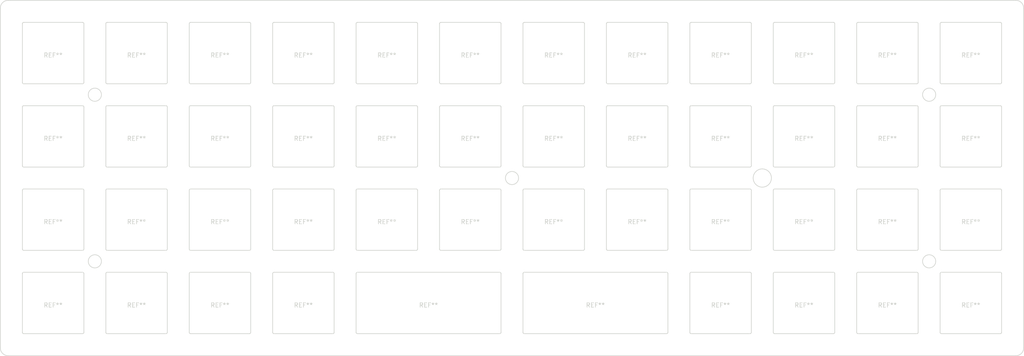
<source format=kicad_pcb>
(kicad_pcb (version 20171130) (host pcbnew 5.0.1)

  (general
    (thickness 1.6)
    (drawings 14)
    (tracks 0)
    (zones 0)
    (modules 46)
    (nets 1)
  )

  (page A4)
  (title_block
    (title SharkPCB)
    (date 2019-02-10)
    (rev V3.0.7)
    (company "Gondolin Electronics")
  )

  (layers
    (0 F.Cu signal)
    (31 B.Cu signal)
    (32 B.Adhes user hide)
    (33 F.Adhes user)
    (34 B.Paste user hide)
    (35 F.Paste user hide)
    (36 B.SilkS user)
    (37 F.SilkS user)
    (38 B.Mask user hide)
    (39 F.Mask user hide)
    (40 Dwgs.User user)
    (41 Cmts.User user)
    (42 Eco1.User user)
    (43 Eco2.User user)
    (44 Edge.Cuts user)
    (45 Margin user hide)
    (46 B.CrtYd user hide)
    (47 F.CrtYd user hide)
    (48 B.Fab user hide)
    (49 F.Fab user hide)
  )

  (setup
    (last_trace_width 0.254)
    (trace_clearance 0.13)
    (zone_clearance 0.127)
    (zone_45_only no)
    (trace_min 0.1)
    (segment_width 0.15)
    (edge_width 0.15)
    (via_size 0.45)
    (via_drill 0.2)
    (via_min_size 0.45)
    (via_min_drill 0.2)
    (uvia_size 0.45)
    (uvia_drill 0.2)
    (uvias_allowed no)
    (uvia_min_size 0.2)
    (uvia_min_drill 0.1)
    (pcb_text_width 0.3)
    (pcb_text_size 1.5 1.5)
    (mod_edge_width 0.15)
    (mod_text_size 1 1)
    (mod_text_width 0.15)
    (pad_size 1 2.2)
    (pad_drill 0.6)
    (pad_to_mask_clearance 0.051)
    (solder_mask_min_width 0.25)
    (aux_axis_origin 0 0)
    (grid_origin 148.463 102.743)
    (visible_elements FFFFFF7F)
    (pcbplotparams
      (layerselection 0x018f0_ffffffff)
      (usegerberextensions true)
      (usegerberattributes false)
      (usegerberadvancedattributes false)
      (creategerberjobfile false)
      (excludeedgelayer true)
      (linewidth 0.100000)
      (plotframeref false)
      (viasonmask false)
      (mode 1)
      (useauxorigin false)
      (hpglpennumber 1)
      (hpglpenspeed 20)
      (hpglpendiameter 15.000000)
      (psnegative false)
      (psa4output false)
      (plotreference true)
      (plotvalue true)
      (plotinvisibletext false)
      (padsonsilk false)
      (subtractmaskfromsilk false)
      (outputformat 1)
      (mirror false)
      (drillshape 0)
      (scaleselection 1)
      (outputdirectory "gerbers/"))
  )

  (net 0 "")

  (net_class Default "This is the default net class."
    (clearance 0.13)
    (trace_width 0.254)
    (via_dia 0.45)
    (via_drill 0.2)
    (uvia_dia 0.45)
    (uvia_drill 0.2)
  )

  (net_class Fine ""
    (clearance 0.13)
    (trace_width 0.13)
    (via_dia 0.508)
    (via_drill 0.2032)
    (uvia_dia 0.45)
    (uvia_drill 0.2)
  )

  (module switchSlots:slot200 (layer F.Cu) (tedit 5C64B6A3) (tstamp 5C71277A)
    (at 167.463 131.243)
    (fp_text reference REF** (at 0 0.5) (layer Edge.Cuts)
      (effects (font (size 1 1) (thickness 0.15)))
    )
    (fp_text value slot200 (at 0 -0.5) (layer F.Fab)
      (effects (font (size 1 1) (thickness 0.15)))
    )
    (fp_line (start 16.2 -7) (end -16.2 -7) (layer Edge.Cuts) (width 0.15))
    (fp_line (start -16.2 7) (end 16.2 7) (layer Edge.Cuts) (width 0.15))
    (fp_line (start 16.5 6.7) (end 16.5 -6.7) (layer Edge.Cuts) (width 0.15))
    (fp_arc (start 16.2 -6.7) (end 16.5 -6.7) (angle -90) (layer Edge.Cuts) (width 0.15))
    (fp_arc (start 16.2 6.7) (end 16.2 7) (angle -90) (layer Edge.Cuts) (width 0.15))
    (fp_arc (start -16.2 -6.7) (end -16.2 -7) (angle -90) (layer Edge.Cuts) (width 0.15))
    (fp_line (start -16.5 -6.7) (end -16.5 6.7) (layer Edge.Cuts) (width 0.15))
    (fp_arc (start -16.2 6.7) (end -16.5 6.7) (angle -90) (layer Edge.Cuts) (width 0.15))
  )

  (module switchSlots:slot100 (layer F.Cu) (tedit 5C648BB5) (tstamp 5C70FF96)
    (at 233.963 131.243)
    (fp_text reference REF** (at 0 0.5) (layer Edge.Cuts)
      (effects (font (size 1 1) (thickness 0.15)))
    )
    (fp_text value slot100 (at 0 -0.5) (layer F.Fab)
      (effects (font (size 1 1) (thickness 0.15)))
    )
    (fp_line (start 6.7 -7) (end -6.7 -7) (layer Edge.Cuts) (width 0.15))
    (fp_line (start -7 -6.7) (end -7 6.7) (layer Edge.Cuts) (width 0.15))
    (fp_line (start -6.7 7) (end 6.7 7) (layer Edge.Cuts) (width 0.15))
    (fp_line (start 7 6.7) (end 7 -6.7) (layer Edge.Cuts) (width 0.15))
    (fp_arc (start -6.7 -6.7) (end -6.7 -7) (angle -90) (layer Edge.Cuts) (width 0.15))
    (fp_arc (start 6.7 -6.7) (end 7 -6.7) (angle -90) (layer Edge.Cuts) (width 0.15))
    (fp_arc (start 6.7 6.7) (end 6.7 7) (angle -90) (layer Edge.Cuts) (width 0.15))
    (fp_arc (start -6.7 6.7) (end -7 6.7) (angle -90) (layer Edge.Cuts) (width 0.15))
  )

  (module switchSlots:slot100 (layer F.Cu) (tedit 5C648BB5) (tstamp 5C70FF8B)
    (at 233.963 112.243)
    (fp_text reference REF** (at 0 0.5) (layer Edge.Cuts)
      (effects (font (size 1 1) (thickness 0.15)))
    )
    (fp_text value slot100 (at 0 -0.5) (layer F.Fab)
      (effects (font (size 1 1) (thickness 0.15)))
    )
    (fp_arc (start -6.7 6.7) (end -7 6.7) (angle -90) (layer Edge.Cuts) (width 0.15))
    (fp_arc (start 6.7 6.7) (end 6.7 7) (angle -90) (layer Edge.Cuts) (width 0.15))
    (fp_arc (start 6.7 -6.7) (end 7 -6.7) (angle -90) (layer Edge.Cuts) (width 0.15))
    (fp_arc (start -6.7 -6.7) (end -6.7 -7) (angle -90) (layer Edge.Cuts) (width 0.15))
    (fp_line (start 7 6.7) (end 7 -6.7) (layer Edge.Cuts) (width 0.15))
    (fp_line (start -6.7 7) (end 6.7 7) (layer Edge.Cuts) (width 0.15))
    (fp_line (start -7 -6.7) (end -7 6.7) (layer Edge.Cuts) (width 0.15))
    (fp_line (start 6.7 -7) (end -6.7 -7) (layer Edge.Cuts) (width 0.15))
  )

  (module switchSlots:slot100 (layer F.Cu) (tedit 5C648BB5) (tstamp 5C70FF80)
    (at 233.963 74.243)
    (fp_text reference REF** (at 0 0.5) (layer Edge.Cuts)
      (effects (font (size 1 1) (thickness 0.15)))
    )
    (fp_text value slot100 (at 0 -0.5) (layer F.Fab)
      (effects (font (size 1 1) (thickness 0.15)))
    )
    (fp_line (start 6.7 -7) (end -6.7 -7) (layer Edge.Cuts) (width 0.15))
    (fp_line (start -7 -6.7) (end -7 6.7) (layer Edge.Cuts) (width 0.15))
    (fp_line (start -6.7 7) (end 6.7 7) (layer Edge.Cuts) (width 0.15))
    (fp_line (start 7 6.7) (end 7 -6.7) (layer Edge.Cuts) (width 0.15))
    (fp_arc (start -6.7 -6.7) (end -6.7 -7) (angle -90) (layer Edge.Cuts) (width 0.15))
    (fp_arc (start 6.7 -6.7) (end 7 -6.7) (angle -90) (layer Edge.Cuts) (width 0.15))
    (fp_arc (start 6.7 6.7) (end 6.7 7) (angle -90) (layer Edge.Cuts) (width 0.15))
    (fp_arc (start -6.7 6.7) (end -7 6.7) (angle -90) (layer Edge.Cuts) (width 0.15))
  )

  (module switchSlots:slot100 (layer F.Cu) (tedit 5C648BB5) (tstamp 5C70FDE6)
    (at 81.963 131.243)
    (fp_text reference REF** (at 0 0.5) (layer Edge.Cuts)
      (effects (font (size 1 1) (thickness 0.15)))
    )
    (fp_text value slot100 (at 0 -0.5) (layer F.Fab)
      (effects (font (size 1 1) (thickness 0.15)))
    )
    (fp_line (start 6.7 -7) (end -6.7 -7) (layer Edge.Cuts) (width 0.15))
    (fp_line (start -7 -6.7) (end -7 6.7) (layer Edge.Cuts) (width 0.15))
    (fp_line (start -6.7 7) (end 6.7 7) (layer Edge.Cuts) (width 0.15))
    (fp_line (start 7 6.7) (end 7 -6.7) (layer Edge.Cuts) (width 0.15))
    (fp_arc (start -6.7 -6.7) (end -6.7 -7) (angle -90) (layer Edge.Cuts) (width 0.15))
    (fp_arc (start 6.7 -6.7) (end 7 -6.7) (angle -90) (layer Edge.Cuts) (width 0.15))
    (fp_arc (start 6.7 6.7) (end 6.7 7) (angle -90) (layer Edge.Cuts) (width 0.15))
    (fp_arc (start -6.7 6.7) (end -7 6.7) (angle -90) (layer Edge.Cuts) (width 0.15))
  )

  (module switchSlots:slot100 (layer F.Cu) (tedit 5C648BB5) (tstamp 5C70FDDB)
    (at 252.963 131.243)
    (fp_text reference REF** (at 0 0.5) (layer Edge.Cuts)
      (effects (font (size 1 1) (thickness 0.15)))
    )
    (fp_text value slot100 (at 0 -0.5) (layer F.Fab)
      (effects (font (size 1 1) (thickness 0.15)))
    )
    (fp_arc (start -6.7 6.7) (end -7 6.7) (angle -90) (layer Edge.Cuts) (width 0.15))
    (fp_arc (start 6.7 6.7) (end 6.7 7) (angle -90) (layer Edge.Cuts) (width 0.15))
    (fp_arc (start 6.7 -6.7) (end 7 -6.7) (angle -90) (layer Edge.Cuts) (width 0.15))
    (fp_arc (start -6.7 -6.7) (end -6.7 -7) (angle -90) (layer Edge.Cuts) (width 0.15))
    (fp_line (start 7 6.7) (end 7 -6.7) (layer Edge.Cuts) (width 0.15))
    (fp_line (start -6.7 7) (end 6.7 7) (layer Edge.Cuts) (width 0.15))
    (fp_line (start -7 -6.7) (end -7 6.7) (layer Edge.Cuts) (width 0.15))
    (fp_line (start 6.7 -7) (end -6.7 -7) (layer Edge.Cuts) (width 0.15))
  )

  (module switchSlots:slot100 (layer F.Cu) (tedit 5C648BB5) (tstamp 5C70FDC5)
    (at 195.963 131.243)
    (fp_text reference REF** (at 0 0.5) (layer Edge.Cuts)
      (effects (font (size 1 1) (thickness 0.15)))
    )
    (fp_text value slot100 (at 0 -0.5) (layer F.Fab)
      (effects (font (size 1 1) (thickness 0.15)))
    )
    (fp_line (start 6.7 -7) (end -6.7 -7) (layer Edge.Cuts) (width 0.15))
    (fp_line (start -7 -6.7) (end -7 6.7) (layer Edge.Cuts) (width 0.15))
    (fp_line (start -6.7 7) (end 6.7 7) (layer Edge.Cuts) (width 0.15))
    (fp_line (start 7 6.7) (end 7 -6.7) (layer Edge.Cuts) (width 0.15))
    (fp_arc (start -6.7 -6.7) (end -6.7 -7) (angle -90) (layer Edge.Cuts) (width 0.15))
    (fp_arc (start 6.7 -6.7) (end 7 -6.7) (angle -90) (layer Edge.Cuts) (width 0.15))
    (fp_arc (start 6.7 6.7) (end 6.7 7) (angle -90) (layer Edge.Cuts) (width 0.15))
    (fp_arc (start -6.7 6.7) (end -7 6.7) (angle -90) (layer Edge.Cuts) (width 0.15))
  )

  (module switchSlots:slot100 (layer F.Cu) (tedit 5C648BB5) (tstamp 5C70FDA4)
    (at 100.963 131.243)
    (fp_text reference REF** (at 0 0.5) (layer Edge.Cuts)
      (effects (font (size 1 1) (thickness 0.15)))
    )
    (fp_text value slot100 (at 0 -0.5) (layer F.Fab)
      (effects (font (size 1 1) (thickness 0.15)))
    )
    (fp_arc (start -6.7 6.7) (end -7 6.7) (angle -90) (layer Edge.Cuts) (width 0.15))
    (fp_arc (start 6.7 6.7) (end 6.7 7) (angle -90) (layer Edge.Cuts) (width 0.15))
    (fp_arc (start 6.7 -6.7) (end 7 -6.7) (angle -90) (layer Edge.Cuts) (width 0.15))
    (fp_arc (start -6.7 -6.7) (end -6.7 -7) (angle -90) (layer Edge.Cuts) (width 0.15))
    (fp_line (start 7 6.7) (end 7 -6.7) (layer Edge.Cuts) (width 0.15))
    (fp_line (start -6.7 7) (end 6.7 7) (layer Edge.Cuts) (width 0.15))
    (fp_line (start -7 -6.7) (end -7 6.7) (layer Edge.Cuts) (width 0.15))
    (fp_line (start 6.7 -7) (end -6.7 -7) (layer Edge.Cuts) (width 0.15))
  )

  (module switchSlots:slot100 (layer F.Cu) (tedit 5C648BB5) (tstamp 5C70FD8E)
    (at 214.963 131.243)
    (fp_text reference REF** (at 0 0.5) (layer Edge.Cuts)
      (effects (font (size 1 1) (thickness 0.15)))
    )
    (fp_text value slot100 (at 0 -0.5) (layer F.Fab)
      (effects (font (size 1 1) (thickness 0.15)))
    )
    (fp_arc (start -6.7 6.7) (end -7 6.7) (angle -90) (layer Edge.Cuts) (width 0.15))
    (fp_arc (start 6.7 6.7) (end 6.7 7) (angle -90) (layer Edge.Cuts) (width 0.15))
    (fp_arc (start 6.7 -6.7) (end 7 -6.7) (angle -90) (layer Edge.Cuts) (width 0.15))
    (fp_arc (start -6.7 -6.7) (end -6.7 -7) (angle -90) (layer Edge.Cuts) (width 0.15))
    (fp_line (start 7 6.7) (end 7 -6.7) (layer Edge.Cuts) (width 0.15))
    (fp_line (start -6.7 7) (end 6.7 7) (layer Edge.Cuts) (width 0.15))
    (fp_line (start -7 -6.7) (end -7 6.7) (layer Edge.Cuts) (width 0.15))
    (fp_line (start 6.7 -7) (end -6.7 -7) (layer Edge.Cuts) (width 0.15))
  )

  (module switchSlots:slot100 (layer F.Cu) (tedit 5C648BB5) (tstamp 5C70FD83)
    (at 62.963 131.243)
    (fp_text reference REF** (at 0 0.5) (layer Edge.Cuts)
      (effects (font (size 1 1) (thickness 0.15)))
    )
    (fp_text value slot100 (at 0 -0.5) (layer F.Fab)
      (effects (font (size 1 1) (thickness 0.15)))
    )
    (fp_arc (start -6.7 6.7) (end -7 6.7) (angle -90) (layer Edge.Cuts) (width 0.15))
    (fp_arc (start 6.7 6.7) (end 6.7 7) (angle -90) (layer Edge.Cuts) (width 0.15))
    (fp_arc (start 6.7 -6.7) (end 7 -6.7) (angle -90) (layer Edge.Cuts) (width 0.15))
    (fp_arc (start -6.7 -6.7) (end -6.7 -7) (angle -90) (layer Edge.Cuts) (width 0.15))
    (fp_line (start 7 6.7) (end 7 -6.7) (layer Edge.Cuts) (width 0.15))
    (fp_line (start -6.7 7) (end 6.7 7) (layer Edge.Cuts) (width 0.15))
    (fp_line (start -7 -6.7) (end -7 6.7) (layer Edge.Cuts) (width 0.15))
    (fp_line (start 6.7 -7) (end -6.7 -7) (layer Edge.Cuts) (width 0.15))
  )

  (module switchSlots:slot100 (layer F.Cu) (tedit 5C648BB5) (tstamp 5C70FD78)
    (at 43.963 131.243)
    (fp_text reference REF** (at 0 0.5) (layer Edge.Cuts)
      (effects (font (size 1 1) (thickness 0.15)))
    )
    (fp_text value slot100 (at 0 -0.5) (layer F.Fab)
      (effects (font (size 1 1) (thickness 0.15)))
    )
    (fp_line (start 6.7 -7) (end -6.7 -7) (layer Edge.Cuts) (width 0.15))
    (fp_line (start -7 -6.7) (end -7 6.7) (layer Edge.Cuts) (width 0.15))
    (fp_line (start -6.7 7) (end 6.7 7) (layer Edge.Cuts) (width 0.15))
    (fp_line (start 7 6.7) (end 7 -6.7) (layer Edge.Cuts) (width 0.15))
    (fp_arc (start -6.7 -6.7) (end -6.7 -7) (angle -90) (layer Edge.Cuts) (width 0.15))
    (fp_arc (start 6.7 -6.7) (end 7 -6.7) (angle -90) (layer Edge.Cuts) (width 0.15))
    (fp_arc (start 6.7 6.7) (end 6.7 7) (angle -90) (layer Edge.Cuts) (width 0.15))
    (fp_arc (start -6.7 6.7) (end -7 6.7) (angle -90) (layer Edge.Cuts) (width 0.15))
  )

  (module switchSlots:slot100 (layer F.Cu) (tedit 5C648BB5) (tstamp 5C70FCF4)
    (at 195.963 112.243)
    (fp_text reference REF** (at 0 0.5) (layer Edge.Cuts)
      (effects (font (size 1 1) (thickness 0.15)))
    )
    (fp_text value slot100 (at 0 -0.5) (layer F.Fab)
      (effects (font (size 1 1) (thickness 0.15)))
    )
    (fp_arc (start -6.7 6.7) (end -7 6.7) (angle -90) (layer Edge.Cuts) (width 0.15))
    (fp_arc (start 6.7 6.7) (end 6.7 7) (angle -90) (layer Edge.Cuts) (width 0.15))
    (fp_arc (start 6.7 -6.7) (end 7 -6.7) (angle -90) (layer Edge.Cuts) (width 0.15))
    (fp_arc (start -6.7 -6.7) (end -6.7 -7) (angle -90) (layer Edge.Cuts) (width 0.15))
    (fp_line (start 7 6.7) (end 7 -6.7) (layer Edge.Cuts) (width 0.15))
    (fp_line (start -6.7 7) (end 6.7 7) (layer Edge.Cuts) (width 0.15))
    (fp_line (start -7 -6.7) (end -7 6.7) (layer Edge.Cuts) (width 0.15))
    (fp_line (start 6.7 -7) (end -6.7 -7) (layer Edge.Cuts) (width 0.15))
  )

  (module switchSlots:slot100 (layer F.Cu) (tedit 5C648BB5) (tstamp 5C70FCE9)
    (at 252.963 112.243)
    (fp_text reference REF** (at 0 0.5) (layer Edge.Cuts)
      (effects (font (size 1 1) (thickness 0.15)))
    )
    (fp_text value slot100 (at 0 -0.5) (layer F.Fab)
      (effects (font (size 1 1) (thickness 0.15)))
    )
    (fp_line (start 6.7 -7) (end -6.7 -7) (layer Edge.Cuts) (width 0.15))
    (fp_line (start -7 -6.7) (end -7 6.7) (layer Edge.Cuts) (width 0.15))
    (fp_line (start -6.7 7) (end 6.7 7) (layer Edge.Cuts) (width 0.15))
    (fp_line (start 7 6.7) (end 7 -6.7) (layer Edge.Cuts) (width 0.15))
    (fp_arc (start -6.7 -6.7) (end -6.7 -7) (angle -90) (layer Edge.Cuts) (width 0.15))
    (fp_arc (start 6.7 -6.7) (end 7 -6.7) (angle -90) (layer Edge.Cuts) (width 0.15))
    (fp_arc (start 6.7 6.7) (end 6.7 7) (angle -90) (layer Edge.Cuts) (width 0.15))
    (fp_arc (start -6.7 6.7) (end -7 6.7) (angle -90) (layer Edge.Cuts) (width 0.15))
  )

  (module switchSlots:slot100 (layer F.Cu) (tedit 5C648BB5) (tstamp 5C70FCDE)
    (at 81.963 112.243)
    (fp_text reference REF** (at 0 0.5) (layer Edge.Cuts)
      (effects (font (size 1 1) (thickness 0.15)))
    )
    (fp_text value slot100 (at 0 -0.5) (layer F.Fab)
      (effects (font (size 1 1) (thickness 0.15)))
    )
    (fp_arc (start -6.7 6.7) (end -7 6.7) (angle -90) (layer Edge.Cuts) (width 0.15))
    (fp_arc (start 6.7 6.7) (end 6.7 7) (angle -90) (layer Edge.Cuts) (width 0.15))
    (fp_arc (start 6.7 -6.7) (end 7 -6.7) (angle -90) (layer Edge.Cuts) (width 0.15))
    (fp_arc (start -6.7 -6.7) (end -6.7 -7) (angle -90) (layer Edge.Cuts) (width 0.15))
    (fp_line (start 7 6.7) (end 7 -6.7) (layer Edge.Cuts) (width 0.15))
    (fp_line (start -6.7 7) (end 6.7 7) (layer Edge.Cuts) (width 0.15))
    (fp_line (start -7 -6.7) (end -7 6.7) (layer Edge.Cuts) (width 0.15))
    (fp_line (start 6.7 -7) (end -6.7 -7) (layer Edge.Cuts) (width 0.15))
  )

  (module switchSlots:slot100 (layer F.Cu) (tedit 5C648BB5) (tstamp 5C70FCD3)
    (at 176.963 112.243)
    (fp_text reference REF** (at 0 0.5) (layer Edge.Cuts)
      (effects (font (size 1 1) (thickness 0.15)))
    )
    (fp_text value slot100 (at 0 -0.5) (layer F.Fab)
      (effects (font (size 1 1) (thickness 0.15)))
    )
    (fp_line (start 6.7 -7) (end -6.7 -7) (layer Edge.Cuts) (width 0.15))
    (fp_line (start -7 -6.7) (end -7 6.7) (layer Edge.Cuts) (width 0.15))
    (fp_line (start -6.7 7) (end 6.7 7) (layer Edge.Cuts) (width 0.15))
    (fp_line (start 7 6.7) (end 7 -6.7) (layer Edge.Cuts) (width 0.15))
    (fp_arc (start -6.7 -6.7) (end -6.7 -7) (angle -90) (layer Edge.Cuts) (width 0.15))
    (fp_arc (start 6.7 -6.7) (end 7 -6.7) (angle -90) (layer Edge.Cuts) (width 0.15))
    (fp_arc (start 6.7 6.7) (end 6.7 7) (angle -90) (layer Edge.Cuts) (width 0.15))
    (fp_arc (start -6.7 6.7) (end -7 6.7) (angle -90) (layer Edge.Cuts) (width 0.15))
  )

  (module switchSlots:slot100 (layer F.Cu) (tedit 5C648BB5) (tstamp 5C70FCC8)
    (at 62.963 112.243)
    (fp_text reference REF** (at 0 0.5) (layer Edge.Cuts)
      (effects (font (size 1 1) (thickness 0.15)))
    )
    (fp_text value slot100 (at 0 -0.5) (layer F.Fab)
      (effects (font (size 1 1) (thickness 0.15)))
    )
    (fp_line (start 6.7 -7) (end -6.7 -7) (layer Edge.Cuts) (width 0.15))
    (fp_line (start -7 -6.7) (end -7 6.7) (layer Edge.Cuts) (width 0.15))
    (fp_line (start -6.7 7) (end 6.7 7) (layer Edge.Cuts) (width 0.15))
    (fp_line (start 7 6.7) (end 7 -6.7) (layer Edge.Cuts) (width 0.15))
    (fp_arc (start -6.7 -6.7) (end -6.7 -7) (angle -90) (layer Edge.Cuts) (width 0.15))
    (fp_arc (start 6.7 -6.7) (end 7 -6.7) (angle -90) (layer Edge.Cuts) (width 0.15))
    (fp_arc (start 6.7 6.7) (end 6.7 7) (angle -90) (layer Edge.Cuts) (width 0.15))
    (fp_arc (start -6.7 6.7) (end -7 6.7) (angle -90) (layer Edge.Cuts) (width 0.15))
  )

  (module switchSlots:slot100 (layer F.Cu) (tedit 5C648BB5) (tstamp 5C70FCBD)
    (at 43.963 112.243)
    (fp_text reference REF** (at 0 0.5) (layer Edge.Cuts)
      (effects (font (size 1 1) (thickness 0.15)))
    )
    (fp_text value slot100 (at 0 -0.5) (layer F.Fab)
      (effects (font (size 1 1) (thickness 0.15)))
    )
    (fp_arc (start -6.7 6.7) (end -7 6.7) (angle -90) (layer Edge.Cuts) (width 0.15))
    (fp_arc (start 6.7 6.7) (end 6.7 7) (angle -90) (layer Edge.Cuts) (width 0.15))
    (fp_arc (start 6.7 -6.7) (end 7 -6.7) (angle -90) (layer Edge.Cuts) (width 0.15))
    (fp_arc (start -6.7 -6.7) (end -6.7 -7) (angle -90) (layer Edge.Cuts) (width 0.15))
    (fp_line (start 7 6.7) (end 7 -6.7) (layer Edge.Cuts) (width 0.15))
    (fp_line (start -6.7 7) (end 6.7 7) (layer Edge.Cuts) (width 0.15))
    (fp_line (start -7 -6.7) (end -7 6.7) (layer Edge.Cuts) (width 0.15))
    (fp_line (start 6.7 -7) (end -6.7 -7) (layer Edge.Cuts) (width 0.15))
  )

  (module switchSlots:slot100 (layer F.Cu) (tedit 5C648BB5) (tstamp 5C70FCB2)
    (at 138.963 112.243)
    (fp_text reference REF** (at 0 0.5) (layer Edge.Cuts)
      (effects (font (size 1 1) (thickness 0.15)))
    )
    (fp_text value slot100 (at 0 -0.5) (layer F.Fab)
      (effects (font (size 1 1) (thickness 0.15)))
    )
    (fp_line (start 6.7 -7) (end -6.7 -7) (layer Edge.Cuts) (width 0.15))
    (fp_line (start -7 -6.7) (end -7 6.7) (layer Edge.Cuts) (width 0.15))
    (fp_line (start -6.7 7) (end 6.7 7) (layer Edge.Cuts) (width 0.15))
    (fp_line (start 7 6.7) (end 7 -6.7) (layer Edge.Cuts) (width 0.15))
    (fp_arc (start -6.7 -6.7) (end -6.7 -7) (angle -90) (layer Edge.Cuts) (width 0.15))
    (fp_arc (start 6.7 -6.7) (end 7 -6.7) (angle -90) (layer Edge.Cuts) (width 0.15))
    (fp_arc (start 6.7 6.7) (end 6.7 7) (angle -90) (layer Edge.Cuts) (width 0.15))
    (fp_arc (start -6.7 6.7) (end -7 6.7) (angle -90) (layer Edge.Cuts) (width 0.15))
  )

  (module switchSlots:slot100 (layer F.Cu) (tedit 5C648BB5) (tstamp 5C70FCA7)
    (at 157.963 112.243)
    (fp_text reference REF** (at 0 0.5) (layer Edge.Cuts)
      (effects (font (size 1 1) (thickness 0.15)))
    )
    (fp_text value slot100 (at 0 -0.5) (layer F.Fab)
      (effects (font (size 1 1) (thickness 0.15)))
    )
    (fp_arc (start -6.7 6.7) (end -7 6.7) (angle -90) (layer Edge.Cuts) (width 0.15))
    (fp_arc (start 6.7 6.7) (end 6.7 7) (angle -90) (layer Edge.Cuts) (width 0.15))
    (fp_arc (start 6.7 -6.7) (end 7 -6.7) (angle -90) (layer Edge.Cuts) (width 0.15))
    (fp_arc (start -6.7 -6.7) (end -6.7 -7) (angle -90) (layer Edge.Cuts) (width 0.15))
    (fp_line (start 7 6.7) (end 7 -6.7) (layer Edge.Cuts) (width 0.15))
    (fp_line (start -6.7 7) (end 6.7 7) (layer Edge.Cuts) (width 0.15))
    (fp_line (start -7 -6.7) (end -7 6.7) (layer Edge.Cuts) (width 0.15))
    (fp_line (start 6.7 -7) (end -6.7 -7) (layer Edge.Cuts) (width 0.15))
  )

  (module switchSlots:slot100 (layer F.Cu) (tedit 5C648BB5) (tstamp 5C70FC9C)
    (at 100.963 112.243)
    (fp_text reference REF** (at 0 0.5) (layer Edge.Cuts)
      (effects (font (size 1 1) (thickness 0.15)))
    )
    (fp_text value slot100 (at 0 -0.5) (layer F.Fab)
      (effects (font (size 1 1) (thickness 0.15)))
    )
    (fp_line (start 6.7 -7) (end -6.7 -7) (layer Edge.Cuts) (width 0.15))
    (fp_line (start -7 -6.7) (end -7 6.7) (layer Edge.Cuts) (width 0.15))
    (fp_line (start -6.7 7) (end 6.7 7) (layer Edge.Cuts) (width 0.15))
    (fp_line (start 7 6.7) (end 7 -6.7) (layer Edge.Cuts) (width 0.15))
    (fp_arc (start -6.7 -6.7) (end -6.7 -7) (angle -90) (layer Edge.Cuts) (width 0.15))
    (fp_arc (start 6.7 -6.7) (end 7 -6.7) (angle -90) (layer Edge.Cuts) (width 0.15))
    (fp_arc (start 6.7 6.7) (end 6.7 7) (angle -90) (layer Edge.Cuts) (width 0.15))
    (fp_arc (start -6.7 6.7) (end -7 6.7) (angle -90) (layer Edge.Cuts) (width 0.15))
  )

  (module switchSlots:slot100 (layer F.Cu) (tedit 5C648BB5) (tstamp 5C70FC91)
    (at 214.963 112.243)
    (fp_text reference REF** (at 0 0.5) (layer Edge.Cuts)
      (effects (font (size 1 1) (thickness 0.15)))
    )
    (fp_text value slot100 (at 0 -0.5) (layer F.Fab)
      (effects (font (size 1 1) (thickness 0.15)))
    )
    (fp_line (start 6.7 -7) (end -6.7 -7) (layer Edge.Cuts) (width 0.15))
    (fp_line (start -7 -6.7) (end -7 6.7) (layer Edge.Cuts) (width 0.15))
    (fp_line (start -6.7 7) (end 6.7 7) (layer Edge.Cuts) (width 0.15))
    (fp_line (start 7 6.7) (end 7 -6.7) (layer Edge.Cuts) (width 0.15))
    (fp_arc (start -6.7 -6.7) (end -6.7 -7) (angle -90) (layer Edge.Cuts) (width 0.15))
    (fp_arc (start 6.7 -6.7) (end 7 -6.7) (angle -90) (layer Edge.Cuts) (width 0.15))
    (fp_arc (start 6.7 6.7) (end 6.7 7) (angle -90) (layer Edge.Cuts) (width 0.15))
    (fp_arc (start -6.7 6.7) (end -7 6.7) (angle -90) (layer Edge.Cuts) (width 0.15))
  )

  (module switchSlots:slot100 (layer F.Cu) (tedit 5C648BB5) (tstamp 5C70FC86)
    (at 119.963 112.243)
    (fp_text reference REF** (at 0 0.5) (layer Edge.Cuts)
      (effects (font (size 1 1) (thickness 0.15)))
    )
    (fp_text value slot100 (at 0 -0.5) (layer F.Fab)
      (effects (font (size 1 1) (thickness 0.15)))
    )
    (fp_arc (start -6.7 6.7) (end -7 6.7) (angle -90) (layer Edge.Cuts) (width 0.15))
    (fp_arc (start 6.7 6.7) (end 6.7 7) (angle -90) (layer Edge.Cuts) (width 0.15))
    (fp_arc (start 6.7 -6.7) (end 7 -6.7) (angle -90) (layer Edge.Cuts) (width 0.15))
    (fp_arc (start -6.7 -6.7) (end -6.7 -7) (angle -90) (layer Edge.Cuts) (width 0.15))
    (fp_line (start 7 6.7) (end 7 -6.7) (layer Edge.Cuts) (width 0.15))
    (fp_line (start -6.7 7) (end 6.7 7) (layer Edge.Cuts) (width 0.15))
    (fp_line (start -7 -6.7) (end -7 6.7) (layer Edge.Cuts) (width 0.15))
    (fp_line (start 6.7 -7) (end -6.7 -7) (layer Edge.Cuts) (width 0.15))
  )

  (module switchSlots:slot100 (layer F.Cu) (tedit 5C648BB5) (tstamp 5C70FC02)
    (at 119.963 74.243)
    (fp_text reference REF** (at 0 0.5) (layer Edge.Cuts)
      (effects (font (size 1 1) (thickness 0.15)))
    )
    (fp_text value slot100 (at 0 -0.5) (layer F.Fab)
      (effects (font (size 1 1) (thickness 0.15)))
    )
    (fp_line (start 6.7 -7) (end -6.7 -7) (layer Edge.Cuts) (width 0.15))
    (fp_line (start -7 -6.7) (end -7 6.7) (layer Edge.Cuts) (width 0.15))
    (fp_line (start -6.7 7) (end 6.7 7) (layer Edge.Cuts) (width 0.15))
    (fp_line (start 7 6.7) (end 7 -6.7) (layer Edge.Cuts) (width 0.15))
    (fp_arc (start -6.7 -6.7) (end -6.7 -7) (angle -90) (layer Edge.Cuts) (width 0.15))
    (fp_arc (start 6.7 -6.7) (end 7 -6.7) (angle -90) (layer Edge.Cuts) (width 0.15))
    (fp_arc (start 6.7 6.7) (end 6.7 7) (angle -90) (layer Edge.Cuts) (width 0.15))
    (fp_arc (start -6.7 6.7) (end -7 6.7) (angle -90) (layer Edge.Cuts) (width 0.15))
  )

  (module switchSlots:slot100 (layer F.Cu) (tedit 5C648BB5) (tstamp 5C70FBF7)
    (at 157.963 74.243)
    (fp_text reference REF** (at 0 0.5) (layer Edge.Cuts)
      (effects (font (size 1 1) (thickness 0.15)))
    )
    (fp_text value slot100 (at 0 -0.5) (layer F.Fab)
      (effects (font (size 1 1) (thickness 0.15)))
    )
    (fp_line (start 6.7 -7) (end -6.7 -7) (layer Edge.Cuts) (width 0.15))
    (fp_line (start -7 -6.7) (end -7 6.7) (layer Edge.Cuts) (width 0.15))
    (fp_line (start -6.7 7) (end 6.7 7) (layer Edge.Cuts) (width 0.15))
    (fp_line (start 7 6.7) (end 7 -6.7) (layer Edge.Cuts) (width 0.15))
    (fp_arc (start -6.7 -6.7) (end -6.7 -7) (angle -90) (layer Edge.Cuts) (width 0.15))
    (fp_arc (start 6.7 -6.7) (end 7 -6.7) (angle -90) (layer Edge.Cuts) (width 0.15))
    (fp_arc (start 6.7 6.7) (end 6.7 7) (angle -90) (layer Edge.Cuts) (width 0.15))
    (fp_arc (start -6.7 6.7) (end -7 6.7) (angle -90) (layer Edge.Cuts) (width 0.15))
  )

  (module switchSlots:slot100 (layer F.Cu) (tedit 5C648BB5) (tstamp 5C70FBEC)
    (at 138.963 74.243)
    (fp_text reference REF** (at 0 0.5) (layer Edge.Cuts)
      (effects (font (size 1 1) (thickness 0.15)))
    )
    (fp_text value slot100 (at 0 -0.5) (layer F.Fab)
      (effects (font (size 1 1) (thickness 0.15)))
    )
    (fp_arc (start -6.7 6.7) (end -7 6.7) (angle -90) (layer Edge.Cuts) (width 0.15))
    (fp_arc (start 6.7 6.7) (end 6.7 7) (angle -90) (layer Edge.Cuts) (width 0.15))
    (fp_arc (start 6.7 -6.7) (end 7 -6.7) (angle -90) (layer Edge.Cuts) (width 0.15))
    (fp_arc (start -6.7 -6.7) (end -6.7 -7) (angle -90) (layer Edge.Cuts) (width 0.15))
    (fp_line (start 7 6.7) (end 7 -6.7) (layer Edge.Cuts) (width 0.15))
    (fp_line (start -6.7 7) (end 6.7 7) (layer Edge.Cuts) (width 0.15))
    (fp_line (start -7 -6.7) (end -7 6.7) (layer Edge.Cuts) (width 0.15))
    (fp_line (start 6.7 -7) (end -6.7 -7) (layer Edge.Cuts) (width 0.15))
  )

  (module switchSlots:slot100 (layer F.Cu) (tedit 5C648BB5) (tstamp 5C70FBE1)
    (at 100.963 74.243)
    (fp_text reference REF** (at 0 0.5) (layer Edge.Cuts)
      (effects (font (size 1 1) (thickness 0.15)))
    )
    (fp_text value slot100 (at 0 -0.5) (layer F.Fab)
      (effects (font (size 1 1) (thickness 0.15)))
    )
    (fp_arc (start -6.7 6.7) (end -7 6.7) (angle -90) (layer Edge.Cuts) (width 0.15))
    (fp_arc (start 6.7 6.7) (end 6.7 7) (angle -90) (layer Edge.Cuts) (width 0.15))
    (fp_arc (start 6.7 -6.7) (end 7 -6.7) (angle -90) (layer Edge.Cuts) (width 0.15))
    (fp_arc (start -6.7 -6.7) (end -6.7 -7) (angle -90) (layer Edge.Cuts) (width 0.15))
    (fp_line (start 7 6.7) (end 7 -6.7) (layer Edge.Cuts) (width 0.15))
    (fp_line (start -6.7 7) (end 6.7 7) (layer Edge.Cuts) (width 0.15))
    (fp_line (start -7 -6.7) (end -7 6.7) (layer Edge.Cuts) (width 0.15))
    (fp_line (start 6.7 -7) (end -6.7 -7) (layer Edge.Cuts) (width 0.15))
  )

  (module switchSlots:slot100 (layer F.Cu) (tedit 5C648BB5) (tstamp 5C70FBD6)
    (at 195.963 74.243)
    (fp_text reference REF** (at 0 0.5) (layer Edge.Cuts)
      (effects (font (size 1 1) (thickness 0.15)))
    )
    (fp_text value slot100 (at 0 -0.5) (layer F.Fab)
      (effects (font (size 1 1) (thickness 0.15)))
    )
    (fp_line (start 6.7 -7) (end -6.7 -7) (layer Edge.Cuts) (width 0.15))
    (fp_line (start -7 -6.7) (end -7 6.7) (layer Edge.Cuts) (width 0.15))
    (fp_line (start -6.7 7) (end 6.7 7) (layer Edge.Cuts) (width 0.15))
    (fp_line (start 7 6.7) (end 7 -6.7) (layer Edge.Cuts) (width 0.15))
    (fp_arc (start -6.7 -6.7) (end -6.7 -7) (angle -90) (layer Edge.Cuts) (width 0.15))
    (fp_arc (start 6.7 -6.7) (end 7 -6.7) (angle -90) (layer Edge.Cuts) (width 0.15))
    (fp_arc (start 6.7 6.7) (end 6.7 7) (angle -90) (layer Edge.Cuts) (width 0.15))
    (fp_arc (start -6.7 6.7) (end -7 6.7) (angle -90) (layer Edge.Cuts) (width 0.15))
  )

  (module switchSlots:slot100 (layer F.Cu) (tedit 5C648BB5) (tstamp 5C70FBCB)
    (at 176.963 74.243)
    (fp_text reference REF** (at 0 0.5) (layer Edge.Cuts)
      (effects (font (size 1 1) (thickness 0.15)))
    )
    (fp_text value slot100 (at 0 -0.5) (layer F.Fab)
      (effects (font (size 1 1) (thickness 0.15)))
    )
    (fp_arc (start -6.7 6.7) (end -7 6.7) (angle -90) (layer Edge.Cuts) (width 0.15))
    (fp_arc (start 6.7 6.7) (end 6.7 7) (angle -90) (layer Edge.Cuts) (width 0.15))
    (fp_arc (start 6.7 -6.7) (end 7 -6.7) (angle -90) (layer Edge.Cuts) (width 0.15))
    (fp_arc (start -6.7 -6.7) (end -6.7 -7) (angle -90) (layer Edge.Cuts) (width 0.15))
    (fp_line (start 7 6.7) (end 7 -6.7) (layer Edge.Cuts) (width 0.15))
    (fp_line (start -6.7 7) (end 6.7 7) (layer Edge.Cuts) (width 0.15))
    (fp_line (start -7 -6.7) (end -7 6.7) (layer Edge.Cuts) (width 0.15))
    (fp_line (start 6.7 -7) (end -6.7 -7) (layer Edge.Cuts) (width 0.15))
  )

  (module switchSlots:slot100 (layer F.Cu) (tedit 5C648BB5) (tstamp 5C70FBC0)
    (at 252.963 74.243)
    (fp_text reference REF** (at 0 0.5) (layer Edge.Cuts)
      (effects (font (size 1 1) (thickness 0.15)))
    )
    (fp_text value slot100 (at 0 -0.5) (layer F.Fab)
      (effects (font (size 1 1) (thickness 0.15)))
    )
    (fp_arc (start -6.7 6.7) (end -7 6.7) (angle -90) (layer Edge.Cuts) (width 0.15))
    (fp_arc (start 6.7 6.7) (end 6.7 7) (angle -90) (layer Edge.Cuts) (width 0.15))
    (fp_arc (start 6.7 -6.7) (end 7 -6.7) (angle -90) (layer Edge.Cuts) (width 0.15))
    (fp_arc (start -6.7 -6.7) (end -6.7 -7) (angle -90) (layer Edge.Cuts) (width 0.15))
    (fp_line (start 7 6.7) (end 7 -6.7) (layer Edge.Cuts) (width 0.15))
    (fp_line (start -6.7 7) (end 6.7 7) (layer Edge.Cuts) (width 0.15))
    (fp_line (start -7 -6.7) (end -7 6.7) (layer Edge.Cuts) (width 0.15))
    (fp_line (start 6.7 -7) (end -6.7 -7) (layer Edge.Cuts) (width 0.15))
  )

  (module switchSlots:slot100 (layer F.Cu) (tedit 5C648BB5) (tstamp 5C70FBB5)
    (at 81.963 74.243)
    (fp_text reference REF** (at 0 0.5) (layer Edge.Cuts)
      (effects (font (size 1 1) (thickness 0.15)))
    )
    (fp_text value slot100 (at 0 -0.5) (layer F.Fab)
      (effects (font (size 1 1) (thickness 0.15)))
    )
    (fp_line (start 6.7 -7) (end -6.7 -7) (layer Edge.Cuts) (width 0.15))
    (fp_line (start -7 -6.7) (end -7 6.7) (layer Edge.Cuts) (width 0.15))
    (fp_line (start -6.7 7) (end 6.7 7) (layer Edge.Cuts) (width 0.15))
    (fp_line (start 7 6.7) (end 7 -6.7) (layer Edge.Cuts) (width 0.15))
    (fp_arc (start -6.7 -6.7) (end -6.7 -7) (angle -90) (layer Edge.Cuts) (width 0.15))
    (fp_arc (start 6.7 -6.7) (end 7 -6.7) (angle -90) (layer Edge.Cuts) (width 0.15))
    (fp_arc (start 6.7 6.7) (end 6.7 7) (angle -90) (layer Edge.Cuts) (width 0.15))
    (fp_arc (start -6.7 6.7) (end -7 6.7) (angle -90) (layer Edge.Cuts) (width 0.15))
  )

  (module switchSlots:slot100 (layer F.Cu) (tedit 5C648BB5) (tstamp 5C70FBAA)
    (at 62.963 74.243)
    (fp_text reference REF** (at 0 0.5) (layer Edge.Cuts)
      (effects (font (size 1 1) (thickness 0.15)))
    )
    (fp_text value slot100 (at 0 -0.5) (layer F.Fab)
      (effects (font (size 1 1) (thickness 0.15)))
    )
    (fp_arc (start -6.7 6.7) (end -7 6.7) (angle -90) (layer Edge.Cuts) (width 0.15))
    (fp_arc (start 6.7 6.7) (end 6.7 7) (angle -90) (layer Edge.Cuts) (width 0.15))
    (fp_arc (start 6.7 -6.7) (end 7 -6.7) (angle -90) (layer Edge.Cuts) (width 0.15))
    (fp_arc (start -6.7 -6.7) (end -6.7 -7) (angle -90) (layer Edge.Cuts) (width 0.15))
    (fp_line (start 7 6.7) (end 7 -6.7) (layer Edge.Cuts) (width 0.15))
    (fp_line (start -6.7 7) (end 6.7 7) (layer Edge.Cuts) (width 0.15))
    (fp_line (start -7 -6.7) (end -7 6.7) (layer Edge.Cuts) (width 0.15))
    (fp_line (start 6.7 -7) (end -6.7 -7) (layer Edge.Cuts) (width 0.15))
  )

  (module switchSlots:slot100 (layer F.Cu) (tedit 5C648BB5) (tstamp 5C70FB9F)
    (at 214.963 74.243)
    (fp_text reference REF** (at 0 0.5) (layer Edge.Cuts)
      (effects (font (size 1 1) (thickness 0.15)))
    )
    (fp_text value slot100 (at 0 -0.5) (layer F.Fab)
      (effects (font (size 1 1) (thickness 0.15)))
    )
    (fp_arc (start -6.7 6.7) (end -7 6.7) (angle -90) (layer Edge.Cuts) (width 0.15))
    (fp_arc (start 6.7 6.7) (end 6.7 7) (angle -90) (layer Edge.Cuts) (width 0.15))
    (fp_arc (start 6.7 -6.7) (end 7 -6.7) (angle -90) (layer Edge.Cuts) (width 0.15))
    (fp_arc (start -6.7 -6.7) (end -6.7 -7) (angle -90) (layer Edge.Cuts) (width 0.15))
    (fp_line (start 7 6.7) (end 7 -6.7) (layer Edge.Cuts) (width 0.15))
    (fp_line (start -6.7 7) (end 6.7 7) (layer Edge.Cuts) (width 0.15))
    (fp_line (start -7 -6.7) (end -7 6.7) (layer Edge.Cuts) (width 0.15))
    (fp_line (start 6.7 -7) (end -6.7 -7) (layer Edge.Cuts) (width 0.15))
  )

  (module switchSlots:slot100 (layer F.Cu) (tedit 5C648BB5) (tstamp 5C70FB94)
    (at 43.963 74.243)
    (fp_text reference REF** (at 0 0.5) (layer Edge.Cuts)
      (effects (font (size 1 1) (thickness 0.15)))
    )
    (fp_text value slot100 (at 0 -0.5) (layer F.Fab)
      (effects (font (size 1 1) (thickness 0.15)))
    )
    (fp_line (start 6.7 -7) (end -6.7 -7) (layer Edge.Cuts) (width 0.15))
    (fp_line (start -7 -6.7) (end -7 6.7) (layer Edge.Cuts) (width 0.15))
    (fp_line (start -6.7 7) (end 6.7 7) (layer Edge.Cuts) (width 0.15))
    (fp_line (start 7 6.7) (end 7 -6.7) (layer Edge.Cuts) (width 0.15))
    (fp_arc (start -6.7 -6.7) (end -6.7 -7) (angle -90) (layer Edge.Cuts) (width 0.15))
    (fp_arc (start 6.7 -6.7) (end 7 -6.7) (angle -90) (layer Edge.Cuts) (width 0.15))
    (fp_arc (start 6.7 6.7) (end 6.7 7) (angle -90) (layer Edge.Cuts) (width 0.15))
    (fp_arc (start -6.7 6.7) (end -7 6.7) (angle -90) (layer Edge.Cuts) (width 0.15))
  )

  (module switchSlots:slot100 (layer F.Cu) (tedit 5C648BB5) (tstamp 5C70FAFA)
    (at 252.963 93.243)
    (fp_text reference REF** (at 0 0.5) (layer Edge.Cuts)
      (effects (font (size 1 1) (thickness 0.15)))
    )
    (fp_text value slot100 (at 0 -0.5) (layer F.Fab)
      (effects (font (size 1 1) (thickness 0.15)))
    )
    (fp_line (start 6.7 -7) (end -6.7 -7) (layer Edge.Cuts) (width 0.15))
    (fp_line (start -7 -6.7) (end -7 6.7) (layer Edge.Cuts) (width 0.15))
    (fp_line (start -6.7 7) (end 6.7 7) (layer Edge.Cuts) (width 0.15))
    (fp_line (start 7 6.7) (end 7 -6.7) (layer Edge.Cuts) (width 0.15))
    (fp_arc (start -6.7 -6.7) (end -6.7 -7) (angle -90) (layer Edge.Cuts) (width 0.15))
    (fp_arc (start 6.7 -6.7) (end 7 -6.7) (angle -90) (layer Edge.Cuts) (width 0.15))
    (fp_arc (start 6.7 6.7) (end 6.7 7) (angle -90) (layer Edge.Cuts) (width 0.15))
    (fp_arc (start -6.7 6.7) (end -7 6.7) (angle -90) (layer Edge.Cuts) (width 0.15))
  )

  (module switchSlots:slot100 (layer F.Cu) (tedit 5C648BB5) (tstamp 5C70FAE4)
    (at 233.963 93.243)
    (fp_text reference REF** (at 0 0.5) (layer Edge.Cuts)
      (effects (font (size 1 1) (thickness 0.15)))
    )
    (fp_text value slot100 (at 0 -0.5) (layer F.Fab)
      (effects (font (size 1 1) (thickness 0.15)))
    )
    (fp_arc (start -6.7 6.7) (end -7 6.7) (angle -90) (layer Edge.Cuts) (width 0.15))
    (fp_arc (start 6.7 6.7) (end 6.7 7) (angle -90) (layer Edge.Cuts) (width 0.15))
    (fp_arc (start 6.7 -6.7) (end 7 -6.7) (angle -90) (layer Edge.Cuts) (width 0.15))
    (fp_arc (start -6.7 -6.7) (end -6.7 -7) (angle -90) (layer Edge.Cuts) (width 0.15))
    (fp_line (start 7 6.7) (end 7 -6.7) (layer Edge.Cuts) (width 0.15))
    (fp_line (start -6.7 7) (end 6.7 7) (layer Edge.Cuts) (width 0.15))
    (fp_line (start -7 -6.7) (end -7 6.7) (layer Edge.Cuts) (width 0.15))
    (fp_line (start 6.7 -7) (end -6.7 -7) (layer Edge.Cuts) (width 0.15))
  )

  (module switchSlots:slot100 (layer F.Cu) (tedit 5C648BB5) (tstamp 5C70FACE)
    (at 214.963 93.243)
    (fp_text reference REF** (at 0 0.5) (layer Edge.Cuts)
      (effects (font (size 1 1) (thickness 0.15)))
    )
    (fp_text value slot100 (at 0 -0.5) (layer F.Fab)
      (effects (font (size 1 1) (thickness 0.15)))
    )
    (fp_line (start 6.7 -7) (end -6.7 -7) (layer Edge.Cuts) (width 0.15))
    (fp_line (start -7 -6.7) (end -7 6.7) (layer Edge.Cuts) (width 0.15))
    (fp_line (start -6.7 7) (end 6.7 7) (layer Edge.Cuts) (width 0.15))
    (fp_line (start 7 6.7) (end 7 -6.7) (layer Edge.Cuts) (width 0.15))
    (fp_arc (start -6.7 -6.7) (end -6.7 -7) (angle -90) (layer Edge.Cuts) (width 0.15))
    (fp_arc (start 6.7 -6.7) (end 7 -6.7) (angle -90) (layer Edge.Cuts) (width 0.15))
    (fp_arc (start 6.7 6.7) (end 6.7 7) (angle -90) (layer Edge.Cuts) (width 0.15))
    (fp_arc (start -6.7 6.7) (end -7 6.7) (angle -90) (layer Edge.Cuts) (width 0.15))
  )

  (module switchSlots:slot100 (layer F.Cu) (tedit 5C648BB5) (tstamp 5C70FAB8)
    (at 195.963 93.243)
    (fp_text reference REF** (at 0 0.5) (layer Edge.Cuts)
      (effects (font (size 1 1) (thickness 0.15)))
    )
    (fp_text value slot100 (at 0 -0.5) (layer F.Fab)
      (effects (font (size 1 1) (thickness 0.15)))
    )
    (fp_arc (start -6.7 6.7) (end -7 6.7) (angle -90) (layer Edge.Cuts) (width 0.15))
    (fp_arc (start 6.7 6.7) (end 6.7 7) (angle -90) (layer Edge.Cuts) (width 0.15))
    (fp_arc (start 6.7 -6.7) (end 7 -6.7) (angle -90) (layer Edge.Cuts) (width 0.15))
    (fp_arc (start -6.7 -6.7) (end -6.7 -7) (angle -90) (layer Edge.Cuts) (width 0.15))
    (fp_line (start 7 6.7) (end 7 -6.7) (layer Edge.Cuts) (width 0.15))
    (fp_line (start -6.7 7) (end 6.7 7) (layer Edge.Cuts) (width 0.15))
    (fp_line (start -7 -6.7) (end -7 6.7) (layer Edge.Cuts) (width 0.15))
    (fp_line (start 6.7 -7) (end -6.7 -7) (layer Edge.Cuts) (width 0.15))
  )

  (module switchSlots:slot100 (layer F.Cu) (tedit 5C648BB5) (tstamp 5C70FAA2)
    (at 176.963 93.243)
    (fp_text reference REF** (at 0 0.5) (layer Edge.Cuts)
      (effects (font (size 1 1) (thickness 0.15)))
    )
    (fp_text value slot100 (at 0 -0.5) (layer F.Fab)
      (effects (font (size 1 1) (thickness 0.15)))
    )
    (fp_line (start 6.7 -7) (end -6.7 -7) (layer Edge.Cuts) (width 0.15))
    (fp_line (start -7 -6.7) (end -7 6.7) (layer Edge.Cuts) (width 0.15))
    (fp_line (start -6.7 7) (end 6.7 7) (layer Edge.Cuts) (width 0.15))
    (fp_line (start 7 6.7) (end 7 -6.7) (layer Edge.Cuts) (width 0.15))
    (fp_arc (start -6.7 -6.7) (end -6.7 -7) (angle -90) (layer Edge.Cuts) (width 0.15))
    (fp_arc (start 6.7 -6.7) (end 7 -6.7) (angle -90) (layer Edge.Cuts) (width 0.15))
    (fp_arc (start 6.7 6.7) (end 6.7 7) (angle -90) (layer Edge.Cuts) (width 0.15))
    (fp_arc (start -6.7 6.7) (end -7 6.7) (angle -90) (layer Edge.Cuts) (width 0.15))
  )

  (module switchSlots:slot100 (layer F.Cu) (tedit 5C648BB5) (tstamp 5C70FA8C)
    (at 43.963 93.243)
    (fp_text reference REF** (at 0 0.5) (layer Edge.Cuts)
      (effects (font (size 1 1) (thickness 0.15)))
    )
    (fp_text value slot100 (at 0 -0.5) (layer F.Fab)
      (effects (font (size 1 1) (thickness 0.15)))
    )
    (fp_arc (start -6.7 6.7) (end -7 6.7) (angle -90) (layer Edge.Cuts) (width 0.15))
    (fp_arc (start 6.7 6.7) (end 6.7 7) (angle -90) (layer Edge.Cuts) (width 0.15))
    (fp_arc (start 6.7 -6.7) (end 7 -6.7) (angle -90) (layer Edge.Cuts) (width 0.15))
    (fp_arc (start -6.7 -6.7) (end -6.7 -7) (angle -90) (layer Edge.Cuts) (width 0.15))
    (fp_line (start 7 6.7) (end 7 -6.7) (layer Edge.Cuts) (width 0.15))
    (fp_line (start -6.7 7) (end 6.7 7) (layer Edge.Cuts) (width 0.15))
    (fp_line (start -7 -6.7) (end -7 6.7) (layer Edge.Cuts) (width 0.15))
    (fp_line (start 6.7 -7) (end -6.7 -7) (layer Edge.Cuts) (width 0.15))
  )

  (module switchSlots:slot100 (layer F.Cu) (tedit 5C648BB5) (tstamp 5C70FA76)
    (at 62.963 93.243)
    (fp_text reference REF** (at 0 0.5) (layer Edge.Cuts)
      (effects (font (size 1 1) (thickness 0.15)))
    )
    (fp_text value slot100 (at 0 -0.5) (layer F.Fab)
      (effects (font (size 1 1) (thickness 0.15)))
    )
    (fp_line (start 6.7 -7) (end -6.7 -7) (layer Edge.Cuts) (width 0.15))
    (fp_line (start -7 -6.7) (end -7 6.7) (layer Edge.Cuts) (width 0.15))
    (fp_line (start -6.7 7) (end 6.7 7) (layer Edge.Cuts) (width 0.15))
    (fp_line (start 7 6.7) (end 7 -6.7) (layer Edge.Cuts) (width 0.15))
    (fp_arc (start -6.7 -6.7) (end -6.7 -7) (angle -90) (layer Edge.Cuts) (width 0.15))
    (fp_arc (start 6.7 -6.7) (end 7 -6.7) (angle -90) (layer Edge.Cuts) (width 0.15))
    (fp_arc (start 6.7 6.7) (end 6.7 7) (angle -90) (layer Edge.Cuts) (width 0.15))
    (fp_arc (start -6.7 6.7) (end -7 6.7) (angle -90) (layer Edge.Cuts) (width 0.15))
  )

  (module switchSlots:slot100 (layer F.Cu) (tedit 5C648BB5) (tstamp 5C70FA60)
    (at 81.963 93.243)
    (fp_text reference REF** (at 0 0.5) (layer Edge.Cuts)
      (effects (font (size 1 1) (thickness 0.15)))
    )
    (fp_text value slot100 (at 0 -0.5) (layer F.Fab)
      (effects (font (size 1 1) (thickness 0.15)))
    )
    (fp_arc (start -6.7 6.7) (end -7 6.7) (angle -90) (layer Edge.Cuts) (width 0.15))
    (fp_arc (start 6.7 6.7) (end 6.7 7) (angle -90) (layer Edge.Cuts) (width 0.15))
    (fp_arc (start 6.7 -6.7) (end 7 -6.7) (angle -90) (layer Edge.Cuts) (width 0.15))
    (fp_arc (start -6.7 -6.7) (end -6.7 -7) (angle -90) (layer Edge.Cuts) (width 0.15))
    (fp_line (start 7 6.7) (end 7 -6.7) (layer Edge.Cuts) (width 0.15))
    (fp_line (start -6.7 7) (end 6.7 7) (layer Edge.Cuts) (width 0.15))
    (fp_line (start -7 -6.7) (end -7 6.7) (layer Edge.Cuts) (width 0.15))
    (fp_line (start 6.7 -7) (end -6.7 -7) (layer Edge.Cuts) (width 0.15))
  )

  (module switchSlots:slot100 (layer F.Cu) (tedit 5C648BB5) (tstamp 5C70FA4A)
    (at 100.963 93.243)
    (fp_text reference REF** (at 0 0.5) (layer Edge.Cuts)
      (effects (font (size 1 1) (thickness 0.15)))
    )
    (fp_text value slot100 (at 0 -0.5) (layer F.Fab)
      (effects (font (size 1 1) (thickness 0.15)))
    )
    (fp_line (start 6.7 -7) (end -6.7 -7) (layer Edge.Cuts) (width 0.15))
    (fp_line (start -7 -6.7) (end -7 6.7) (layer Edge.Cuts) (width 0.15))
    (fp_line (start -6.7 7) (end 6.7 7) (layer Edge.Cuts) (width 0.15))
    (fp_line (start 7 6.7) (end 7 -6.7) (layer Edge.Cuts) (width 0.15))
    (fp_arc (start -6.7 -6.7) (end -6.7 -7) (angle -90) (layer Edge.Cuts) (width 0.15))
    (fp_arc (start 6.7 -6.7) (end 7 -6.7) (angle -90) (layer Edge.Cuts) (width 0.15))
    (fp_arc (start 6.7 6.7) (end 6.7 7) (angle -90) (layer Edge.Cuts) (width 0.15))
    (fp_arc (start -6.7 6.7) (end -7 6.7) (angle -90) (layer Edge.Cuts) (width 0.15))
  )

  (module switchSlots:slot100 (layer F.Cu) (tedit 5C648BB5) (tstamp 5C70FA34)
    (at 119.963 93.243)
    (fp_text reference REF** (at 0 0.5) (layer Edge.Cuts)
      (effects (font (size 1 1) (thickness 0.15)))
    )
    (fp_text value slot100 (at 0 -0.5) (layer F.Fab)
      (effects (font (size 1 1) (thickness 0.15)))
    )
    (fp_arc (start -6.7 6.7) (end -7 6.7) (angle -90) (layer Edge.Cuts) (width 0.15))
    (fp_arc (start 6.7 6.7) (end 6.7 7) (angle -90) (layer Edge.Cuts) (width 0.15))
    (fp_arc (start 6.7 -6.7) (end 7 -6.7) (angle -90) (layer Edge.Cuts) (width 0.15))
    (fp_arc (start -6.7 -6.7) (end -6.7 -7) (angle -90) (layer Edge.Cuts) (width 0.15))
    (fp_line (start 7 6.7) (end 7 -6.7) (layer Edge.Cuts) (width 0.15))
    (fp_line (start -6.7 7) (end 6.7 7) (layer Edge.Cuts) (width 0.15))
    (fp_line (start -7 -6.7) (end -7 6.7) (layer Edge.Cuts) (width 0.15))
    (fp_line (start 6.7 -7) (end -6.7 -7) (layer Edge.Cuts) (width 0.15))
  )

  (module switchSlots:slot100 (layer F.Cu) (tedit 5C648BB5) (tstamp 5C70FA1E)
    (at 138.963 93.243)
    (fp_text reference REF** (at 0 0.5) (layer Edge.Cuts)
      (effects (font (size 1 1) (thickness 0.15)))
    )
    (fp_text value slot100 (at 0 -0.5) (layer F.Fab)
      (effects (font (size 1 1) (thickness 0.15)))
    )
    (fp_line (start 6.7 -7) (end -6.7 -7) (layer Edge.Cuts) (width 0.15))
    (fp_line (start -7 -6.7) (end -7 6.7) (layer Edge.Cuts) (width 0.15))
    (fp_line (start -6.7 7) (end 6.7 7) (layer Edge.Cuts) (width 0.15))
    (fp_line (start 7 6.7) (end 7 -6.7) (layer Edge.Cuts) (width 0.15))
    (fp_arc (start -6.7 -6.7) (end -6.7 -7) (angle -90) (layer Edge.Cuts) (width 0.15))
    (fp_arc (start 6.7 -6.7) (end 7 -6.7) (angle -90) (layer Edge.Cuts) (width 0.15))
    (fp_arc (start 6.7 6.7) (end 6.7 7) (angle -90) (layer Edge.Cuts) (width 0.15))
    (fp_arc (start -6.7 6.7) (end -7 6.7) (angle -90) (layer Edge.Cuts) (width 0.15))
  )

  (module switchSlots:slot100 (layer F.Cu) (tedit 5C648BB5) (tstamp 5C70FA05)
    (at 157.963 93.243)
    (fp_text reference REF** (at 0 0.5) (layer Edge.Cuts)
      (effects (font (size 1 1) (thickness 0.15)))
    )
    (fp_text value slot100 (at 0 -0.5) (layer F.Fab)
      (effects (font (size 1 1) (thickness 0.15)))
    )
    (fp_arc (start -6.7 6.7) (end -7 6.7) (angle -90) (layer Edge.Cuts) (width 0.15))
    (fp_arc (start 6.7 6.7) (end 6.7 7) (angle -90) (layer Edge.Cuts) (width 0.15))
    (fp_arc (start 6.7 -6.7) (end 7 -6.7) (angle -90) (layer Edge.Cuts) (width 0.15))
    (fp_arc (start -6.7 -6.7) (end -6.7 -7) (angle -90) (layer Edge.Cuts) (width 0.15))
    (fp_line (start 7 6.7) (end 7 -6.7) (layer Edge.Cuts) (width 0.15))
    (fp_line (start -6.7 7) (end 6.7 7) (layer Edge.Cuts) (width 0.15))
    (fp_line (start -7 -6.7) (end -7 6.7) (layer Edge.Cuts) (width 0.15))
    (fp_line (start 6.7 -7) (end -6.7 -7) (layer Edge.Cuts) (width 0.15))
  )

  (module switchSlots:slot200 (layer F.Cu) (tedit 5C64B6A3) (tstamp 5C71276D)
    (at 129.463 131.243)
    (fp_text reference REF** (at 0 0.5) (layer Edge.Cuts)
      (effects (font (size 1 1) (thickness 0.15)))
    )
    (fp_text value slot200 (at 0 -0.5) (layer F.Fab)
      (effects (font (size 1 1) (thickness 0.15)))
    )
    (fp_arc (start -16.2 6.7) (end -16.5 6.7) (angle -90) (layer Edge.Cuts) (width 0.15))
    (fp_line (start -16.5 -6.7) (end -16.5 6.7) (layer Edge.Cuts) (width 0.15))
    (fp_arc (start -16.2 -6.7) (end -16.2 -7) (angle -90) (layer Edge.Cuts) (width 0.15))
    (fp_arc (start 16.2 6.7) (end 16.2 7) (angle -90) (layer Edge.Cuts) (width 0.15))
    (fp_arc (start 16.2 -6.7) (end 16.5 -6.7) (angle -90) (layer Edge.Cuts) (width 0.15))
    (fp_line (start 16.5 6.7) (end 16.5 -6.7) (layer Edge.Cuts) (width 0.15))
    (fp_line (start -16.2 7) (end 16.2 7) (layer Edge.Cuts) (width 0.15))
    (fp_line (start 16.2 -7) (end -16.2 -7) (layer Edge.Cuts) (width 0.15))
  )

  (gr_circle (center 205.463 102.743) (end 207.541125 102.743) (layer Edge.Cuts) (width 0.15) (tstamp 5C64B538))
  (gr_circle (center 148.463 102.743) (end 149.963 102.743) (layer Edge.Cuts) (width 0.15) (tstamp 5C710014))
  (gr_circle (center 243.463 83.743) (end 244.963 83.743) (layer Edge.Cuts) (width 0.15) (tstamp 5C710008))
  (gr_circle (center 243.463 121.743) (end 244.963 121.743) (layer Edge.Cuts) (width 0.15) (tstamp 5C70FFFD))
  (gr_circle (center 53.463 121.743) (end 54.963 121.743) (layer Edge.Cuts) (width 0.15) (tstamp 5C70FFFB))
  (gr_circle (center 53.463 83.743) (end 54.963 83.743) (layer Edge.Cuts) (width 0.15) (tstamp 5C70FFE4))
  (gr_arc (start 33.720426 64.000682) (end 33.720426 62.219426) (angle -90) (layer Edge.Cuts) (width 0.15) (tstamp 5C7107A3))
  (gr_line (start 31.93917 64.000682) (end 31.93917 141.485318) (layer Edge.Cuts) (width 0.15) (tstamp 5C7107A2))
  (gr_arc (start 33.720426 141.485318) (end 31.93917 141.485318) (angle -90) (layer Edge.Cuts) (width 0.15) (tstamp 5C7107A1))
  (gr_line (start 264.98683 141.485318) (end 264.98683 64.000682) (layer Edge.Cuts) (width 0.15))
  (gr_arc (start 263.205574 141.485318) (end 263.205574 143.266574) (angle -90) (layer Edge.Cuts) (width 0.15) (tstamp 5C710309))
  (gr_arc (start 263.205574 64.000682) (end 264.98683 64.000682) (angle -90) (layer Edge.Cuts) (width 0.15))
  (gr_line (start 33.720426 143.266574) (end 263.205574 143.266574) (layer Edge.Cuts) (width 0.15) (tstamp 5C710181))
  (gr_line (start 33.720426 62.219426) (end 263.205574 62.219426) (layer Edge.Cuts) (width 0.15))

)

</source>
